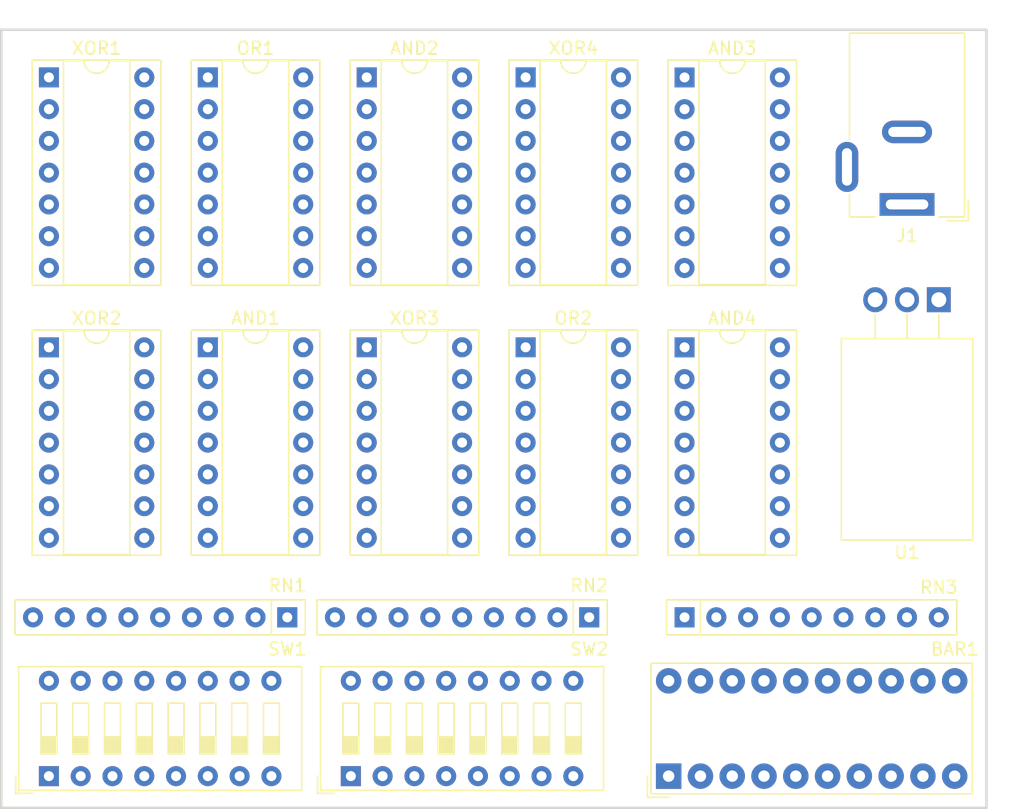
<source format=kicad_pcb>
(kicad_pcb (version 20221018) (generator pcbnew)
  (layers (0 "F.Cu" signal) (31 "B.Cu" signal) (34 "B.Paste" user) (35 "F.Paste" user) (36 "B.SilkS" user "B.Silkscreen") (37 "F.SilkS" user "F.Silkscreen") (38 "B.Mask" user) (39 "F.Mask" user) (44 "Edge.Cuts" user))
  (net 0 "")
  (net 1 "GND")
  (net 2 "Net-(AND1-Pad2)")
  (net 3 "Net-(AND1-Pad3)")
  (net 4 "A_{0}")
  (net 5 "B_{0}")
  (net 6 "Net-(AND1-Pad6)")
  (net 7 "Net-(AND1-Pad8)")
  (net 8 "/full_adder/C_{out}")
  (net 9 "Net-(AND1-Pad10)")
  (net 10 "Net-(AND1-Pad11)")
  (net 11 "A_{1}")
  (net 12 "B_{1}")
  (net 13 "+5V")
  (net 14 "/full_adder1/C_{out}")
  (net 15 "Net-(AND2-Pad2)")
  (net 16 "Net-(AND2-Pad3)")
  (net 17 "A_{2}")
  (net 18 "B_{2}")
  (net 19 "Net-(AND2-Pad6)")
  (net 20 "Net-(AND2-Pad8)")
  (net 21 "/full_adder2/C_{out}")
  (net 22 "Net-(AND2-Pad10)")
  (net 23 "Net-(AND2-Pad11)")
  (net 24 "A_{3}")
  (net 25 "B_{3}")
  (net 26 "/full_adder3/C_{out}")
  (net 27 "Net-(AND3-Pad2)")
  (net 28 "Net-(AND3-Pad3)")
  (net 29 "A_{4}")
  (net 30 "B_{4}")
  (net 31 "Net-(AND3-Pad6)")
  (net 32 "Net-(AND3-Pad8)")
  (net 33 "/full_adder4/C_{in}")
  (net 34 "Net-(AND3-Pad10)")
  (net 35 "Net-(AND3-Pad11)")
  (net 36 "A_{5}")
  (net 37 "B_{5}")
  (net 38 "/full_adder4/C_{out}")
  (net 39 "Net-(AND4-Pad2)")
  (net 40 "Net-(AND4-Pad3)")
  (net 41 "A_{6}")
  (net 42 "B_{6}")
  (net 43 "Net-(AND4-Pad6)")
  (net 44 "Net-(AND4-Pad8)")
  (net 45 "/full_adder6/C_{out}")
  (net 46 "Net-(AND4-Pad10)")
  (net 47 "Net-(AND4-Pad11)")
  (net 48 "A_{7}")
  (net 49 "B_{7}")
  (net 50 "C_{0}")
  (net 51 "C_{1}")
  (net 52 "C_{2}")
  (net 53 "C_{3}")
  (net 54 "C_{4}")
  (net 55 "C_{5}")
  (net 56 "C_{6}")
  (net 57 "C_{7}")
  (net 62 "Net-(RN3-R8)")
  (net 63 "Net-(RN3-R7)")
  (net 64 "Net-(RN3-R6)")
  (net 65 "Net-(RN3-R5)")
  (net 66 "Net-(RN3-R4)")
  (net 67 "Net-(RN3-R3)")
  (net 68 "Net-(RN3-R2)")
  (net 69 "Net-(RN3-R1)")
  (net 70 "/full_adder7/C_{out}")
  (net 71 "Net-(U1-IN)")
  (footprint "Connector_BarrelJack:BarrelJack_Wuerth_6941xx301002" (layer "F.Cu") (at 124.46 44.45 180)
    (fp_text reference "J1" (at 0 -2.5) (layer "F.SilkS"))
    (fp_text value "Barrel_Jack_MountingPin")
    (pad "1" thru_hole rect (at 0 0 180) (size 4.4 1.8) (drill oval 3.4 0.8) (layers "*.Cu" "*.Mask") (net 71 "Net-(U1-IN)"))
    (pad "2" thru_hole oval (at 0 5.8 180) (size 4 1.8) (drill oval 3 0.8) (layers "*.Cu" "*.Mask") (net 1 "GND"))
    (pad "3" thru_hole oval (at 4.8 3 270) (size 4 1.8) (drill oval 3 0.8) (layers "*.Cu" "*.Mask"))
  )
  (footprint "Package_DIP:DIP-14_W7.62mm_Socket" (layer "F.Cu") (at 93.98 55.875)
    (fp_text reference "OR2" (at 3.81 -2.33) (layer "F.SilkS"))
    (fp_text value "OR" hide)
    (pad "1" thru_hole rect (at 0 0) (size 1.6 1.6) (drill 0.8) (layers "*.Cu" "*.Mask") (net 28 "Net-(AND3-Pad3)"))
    (pad "2" thru_hole oval (at 0 2.54) (size 1.6 1.6) (drill 0.8) (layers "*.Cu" "*.Mask") (net 31 "Net-(AND3-Pad6)"))
    (pad "3" thru_hole oval (at 0 5.08) (size 1.6 1.6) (drill 0.8) (layers "*.Cu" "*.Mask") (net 33 "/full_adder4/C_{in}"))
    (pad "4" thru_hole oval (at 0 7.62) (size 1.6 1.6) (drill 0.8) (layers "*.Cu" "*.Mask") (net 32 "Net-(AND3-Pad8)"))
    (pad "5" thru_hole oval (at 0 10.16) (size 1.6 1.6) (drill 0.8) (layers "*.Cu" "*.Mask") (net 35 "Net-(AND3-Pad11)"))
    (pad "6" thru_hole oval (at 0 12.7) (size 1.6 1.6) (drill 0.8) (layers "*.Cu" "*.Mask") (net 38 "/full_adder4/C_{out}"))
    (pad "7" thru_hole oval (at 0 15.24) (size 1.6 1.6) (drill 0.8) (layers "*.Cu" "*.Mask") (net 1 "GND"))
    (pad "8" thru_hole oval (at 7.62 15.24) (size 1.6 1.6) (drill 0.8) (layers "*.Cu" "*.Mask") (net 45 "/full_adder6/C_{out}"))
    (pad "9" thru_hole oval (at 7.62 12.7) (size 1.6 1.6) (drill 0.8) (layers "*.Cu" "*.Mask") (net 40 "Net-(AND4-Pad3)"))
    (pad "10" thru_hole oval (at 7.62 10.16) (size 1.6 1.6) (drill 0.8) (layers "*.Cu" "*.Mask") (net 43 "Net-(AND4-Pad6)"))
    (pad "11" thru_hole oval (at 7.62 7.62) (size 1.6 1.6) (drill 0.8) (layers "*.Cu" "*.Mask") (net 70 "/full_adder7/C_{out}"))
    (pad "12" thru_hole oval (at 7.62 5.08) (size 1.6 1.6) (drill 0.8) (layers "*.Cu" "*.Mask") (net 44 "Net-(AND4-Pad8)"))
    (pad "13" thru_hole oval (at 7.62 2.54) (size 1.6 1.6) (drill 0.8) (layers "*.Cu" "*.Mask") (net 47 "Net-(AND4-Pad11)"))
    (pad "14" thru_hole oval (at 7.62 0) (size 1.6 1.6) (drill 0.8) (layers "*.Cu" "*.Mask") (net 13 "+5V"))
  )
  (footprint "Package_DIP:DIP-14_W7.62mm_Socket" (layer "F.Cu") (at 106.68 34.295)
    (fp_text reference "AND3" (at 3.81 -2.33) (layer "F.SilkS"))
    (fp_text value "AND" hide)
    (pad "1" thru_hole rect (at 0 0) (size 1.6 1.6) (drill 0.8) (layers "*.Cu" "*.Mask") (net 26 "/full_adder3/C_{out}"))
    (pad "2" thru_hole oval (at 0 2.54) (size 1.6 1.6) (drill 0.8) (layers "*.Cu" "*.Mask") (net 27 "Net-(AND3-Pad2)"))
    (pad "3" thru_hole oval (at 0 5.08) (size 1.6 1.6) (drill 0.8) (layers "*.Cu" "*.Mask") (net 28 "Net-(AND3-Pad3)"))
    (pad "4" thru_hole oval (at 0 7.62) (size 1.6 1.6) (drill 0.8) (layers "*.Cu" "*.Mask") (net 29 "A_{4}"))
    (pad "5" thru_hole oval (at 0 10.16) (size 1.6 1.6) (drill 0.8) (layers "*.Cu" "*.Mask") (net 30 "B_{4}"))
    (pad "6" thru_hole oval (at 0 12.7) (size 1.6 1.6) (drill 0.8) (layers "*.Cu" "*.Mask") (net 31 "Net-(AND3-Pad6)"))
    (pad "7" thru_hole oval (at 0 15.24) (size 1.6 1.6) (drill 0.8) (layers "*.Cu" "*.Mask") (net 1 "GND"))
    (pad "8" thru_hole oval (at 7.62 15.24) (size 1.6 1.6) (drill 0.8) (layers "*.Cu" "*.Mask") (net 32 "Net-(AND3-Pad8)"))
    (pad "9" thru_hole oval (at 7.62 12.7) (size 1.6 1.6) (drill 0.8) (layers "*.Cu" "*.Mask") (net 33 "/full_adder4/C_{in}"))
    (pad "10" thru_hole oval (at 7.62 10.16) (size 1.6 1.6) (drill 0.8) (layers "*.Cu" "*.Mask") (net 34 "Net-(AND3-Pad10)"))
    (pad "11" thru_hole oval (at 7.62 7.62) (size 1.6 1.6) (drill 0.8) (layers "*.Cu" "*.Mask") (net 35 "Net-(AND3-Pad11)"))
    (pad "12" thru_hole oval (at 7.62 5.08) (size 1.6 1.6) (drill 0.8) (layers "*.Cu" "*.Mask") (net 36 "A_{5}"))
    (pad "13" thru_hole oval (at 7.62 2.54) (size 1.6 1.6) (drill 0.8) (layers "*.Cu" "*.Mask") (net 37 "B_{5}"))
    (pad "14" thru_hole oval (at 7.62 0) (size 1.6 1.6) (drill 0.8) (layers "*.Cu" "*.Mask") (net 13 "+5V"))
  )
  (footprint "Package_DIP:DIP-14_W7.62mm_Socket" (layer "F.Cu") (at 81.28 55.875)
    (fp_text reference "XOR3" (at 3.81 -2.33) (layer "F.SilkS"))
    (fp_text value "XOR" hide)
    (pad "1" thru_hole rect (at 0 0) (size 1.6 1.6) (drill 0.8) (layers "*.Cu" "*.Mask") (net 29 "A_{4}"))
    (pad "2" thru_hole oval (at 0 2.54) (size 1.6 1.6) (drill 0.8) (layers "*.Cu" "*.Mask") (net 30 "B_{4}"))
    (pad "3" thru_hole oval (at 0 5.08) (size 1.6 1.6) (drill 0.8) (layers "*.Cu" "*.Mask") (net 27 "Net-(AND3-Pad2)"))
    (pad "4" thru_hole oval (at 0 7.62) (size 1.6 1.6) (drill 0.8) (layers "*.Cu" "*.Mask") (net 27 "Net-(AND3-Pad2)"))
    (pad "5" thru_hole oval (at 0 10.16) (size 1.6 1.6) (drill 0.8) (layers "*.Cu" "*.Mask") (net 26 "/full_adder3/C_{out}"))
    (pad "6" thru_hole oval (at 0 12.7) (size 1.6 1.6) (drill 0.8) (layers "*.Cu" "*.Mask") (net 54 "C_{4}"))
    (pad "7" thru_hole oval (at 0 15.24) (size 1.6 1.6) (drill 0.8) (layers "*.Cu" "*.Mask") (net 1 "GND"))
    (pad "8" thru_hole oval (at 7.62 15.24) (size 1.6 1.6) (drill 0.8) (layers "*.Cu" "*.Mask") (net 34 "Net-(AND3-Pad10)"))
    (pad "9" thru_hole oval (at 7.62 12.7) (size 1.6 1.6) (drill 0.8) (layers "*.Cu" "*.Mask") (net 36 "A_{5}"))
    (pad "10" thru_hole oval (at 7.62 10.16) (size 1.6 1.6) (drill 0.8) (layers "*.Cu" "*.Mask") (net 37 "B_{5}"))
    (pad "11" thru_hole oval (at 7.62 7.62) (size 1.6 1.6) (drill 0.8) (layers "*.Cu" "*.Mask") (net 55 "C_{5}"))
    (pad "12" thru_hole oval (at 7.62 5.08) (size 1.6 1.6) (drill 0.8) (layers "*.Cu" "*.Mask") (net 34 "Net-(AND3-Pad10)"))
    (pad "13" thru_hole oval (at 7.62 2.54) (size 1.6 1.6) (drill 0.8) (layers "*.Cu" "*.Mask") (net 33 "/full_adder4/C_{in}"))
    (pad "14" thru_hole oval (at 7.62 0) (size 1.6 1.6) (drill 0.8) (layers "*.Cu" "*.Mask") (net 13 "+5V"))
  )
  (footprint "Package_TO_SOT_THT:TO-220F-3_Horizontal_TabDown" (layer "F.Cu") (at 127 52.07 180)
    (fp_text reference "U1" (at 2.54 -20.22) (layer "F.SilkS"))
    (fp_text value "L7805")
    (pad "" np_thru_hole oval (at 2.54 -15.8 180) (size 3.5 3.5) (drill 3.5) (layers "*.Cu" "*.Mask"))
    (pad "1" thru_hole rect (at 0 0 180) (size 1.905 2) (drill 1.2) (layers "*.Cu" "*.Mask") (net 71 "Net-(U1-IN)"))
    (pad "2" thru_hole oval (at 2.54 0 180) (size 1.905 2) (drill 1.2) (layers "*.Cu" "*.Mask") (net 1 "GND"))
    (pad "3" thru_hole oval (at 5.08 0 180) (size 1.905 2) (drill 1.2) (layers "*.Cu" "*.Mask") (net 13 "+5V"))
  )
  (footprint "Button_Switch_THT:SW_DIP_SPSTx08_Slide_9.78x22.5mm_W7.62mm_P2.54mm" (layer "F.Cu") (at 80.01 90.17 90)
    (fp_text reference "SW2" (at 10.16 19.05 180) (layer "F.SilkS"))
    (fp_text value "SW_DIP_x08" hide)
    (pad "1" thru_hole rect (at 0 0 90) (size 1.6 1.6) (drill 0.8) (layers "*.Cu" "*.Mask") (net 13 "+5V"))
    (pad "2" thru_hole oval (at 0 2.54 90) (size 1.6 1.6) (drill 0.8) (layers "*.Cu" "*.Mask") (net 13 "+5V"))
    (pad "3" thru_hole oval (at 0 5.08 90) (size 1.6 1.6) (drill 0.8) (layers "*.Cu" "*.Mask") (net 13 "+5V"))
    (pad "4" thru_hole oval (at 0 7.62 90) (size 1.6 1.6) (drill 0.8) (layers "*.Cu" "*.Mask") (net 13 "+5V"))
    (pad "5" thru_hole oval (at 0 10.16 90) (size 1.6 1.6) (drill 0.8) (layers "*.Cu" "*.Mask") (net 13 "+5V"))
    (pad "6" thru_hole oval (at 0 12.7 90) (size 1.6 1.6) (drill 0.8) (layers "*.Cu" "*.Mask") (net 13 "+5V"))
    (pad "7" thru_hole oval (at 0 15.24 90) (size 1.6 1.6) (drill 0.8) (layers "*.Cu" "*.Mask") (net 13 "+5V"))
    (pad "8" thru_hole oval (at 0 17.78 90) (size 1.6 1.6) (drill 0.8) (layers "*.Cu" "*.Mask") (net 13 "+5V"))
    (pad "9" thru_hole oval (at 7.62 17.78 90) (size 1.6 1.6) (drill 0.8) (layers "*.Cu" "*.Mask") (net 5 "B_{0}"))
    (pad "10" thru_hole oval (at 7.62 15.24 90) (size 1.6 1.6) (drill 0.8) (layers "*.Cu" "*.Mask") (net 12 "B_{1}"))
    (pad "11" thru_hole oval (at 7.62 12.7 90) (size 1.6 1.6) (drill 0.8) (layers "*.Cu" "*.Mask") (net 18 "B_{2}"))
    (pad "12" thru_hole oval (at 7.62 10.16 90) (size 1.6 1.6) (drill 0.8) (layers "*.Cu" "*.Mask") (net 25 "B_{3}"))
    (pad "13" thru_hole oval (at 7.62 7.62 90) (size 1.6 1.6) (drill 0.8) (layers "*.Cu" "*.Mask") (net 30 "B_{4}"))
    (pad "14" thru_hole oval (at 7.62 5.08 90) (size 1.6 1.6) (drill 0.8) (layers "*.Cu" "*.Mask") (net 37 "B_{5}"))
    (pad "15" thru_hole oval (at 7.62 2.54 90) (size 1.6 1.6) (drill 0.8) (layers "*.Cu" "*.Mask") (net 42 "B_{6}"))
    (pad "16" thru_hole oval (at 7.62 0 90) (size 1.6 1.6) (drill 0.8) (layers "*.Cu" "*.Mask") (net 49 "B_{7}"))
  )
  (footprint "Resistor_THT:R_Array_SIP9" (layer "F.Cu") (at 99.06 77.47 180)
    (fp_text reference "RN2" (at 0 2.54) (layer "F.SilkS"))
    (fp_text value "R_Network08" hide)
    (pad "1" thru_hole rect (at 0 0 180) (size 1.6 1.6) (drill 0.8) (layers "*.Cu" "*.Mask") (net 1 "GND"))
    (pad "2" thru_hole oval (at 2.54 0 180) (size 1.6 1.6) (drill 0.8) (layers "*.Cu" "*.Mask") (net 5 "B_{0}"))
    (pad "3" thru_hole oval (at 5.08 0 180) (size 1.6 1.6) (drill 0.8) (layers "*.Cu" "*.Mask") (net 12 "B_{1}"))
    (pad "4" thru_hole oval (at 7.62 0 180) (size 1.6 1.6) (drill 0.8) (layers "*.Cu" "*.Mask") (net 18 "B_{2}"))
    (pad "5" thru_hole oval (at 10.16 0 180) (size 1.6 1.6) (drill 0.8) (layers "*.Cu" "*.Mask") (net 25 "B_{3}"))
    (pad "6" thru_hole oval (at 12.7 0 180) (size 1.6 1.6) (drill 0.8) (layers "*.Cu" "*.Mask") (net 30 "B_{4}"))
    (pad "7" thru_hole oval (at 15.24 0 180) (size 1.6 1.6) (drill 0.8) (layers "*.Cu" "*.Mask") (net 37 "B_{5}"))
    (pad "8" thru_hole oval (at 17.78 0 180) (size 1.6 1.6) (drill 0.8) (layers "*.Cu" "*.Mask") (net 42 "B_{6}"))
    (pad "9" thru_hole oval (at 20.32 0 180) (size 1.6 1.6) (drill 0.8) (layers "*.Cu" "*.Mask") (net 49 "B_{7}"))
  )
  (footprint "Package_DIP:DIP-14_W7.62mm_Socket" (layer "F.Cu") (at 68.58 34.29)
    (fp_text reference "OR1" (at 3.81 -2.33) (layer "F.SilkS"))
    (fp_text value "OR" hide)
    (pad "1" thru_hole rect (at 0 0) (size 1.6 1.6) (drill 0.8) (layers "*.Cu" "*.Mask") (net 3 "Net-(AND1-Pad3)"))
    (pad "2" thru_hole oval (at 0 2.54) (size 1.6 1.6) (drill 0.8) (layers "*.Cu" "*.Mask") (net 6 "Net-(AND1-Pad6)"))
    (pad "3" thru_hole oval (at 0 5.08) (size 1.6 1.6) (drill 0.8) (layers "*.Cu" "*.Mask") (net 8 "/full_adder/C_{out}"))
    (pad "4" thru_hole oval (at 0 7.62) (size 1.6 1.6) (drill 0.8) (layers "*.Cu" "*.Mask") (net 7 "Net-(AND1-Pad8)"))
    (pad "5" thru_hole oval (at 0 10.16) (size 1.6 1.6) (drill 0.8) (layers "*.Cu" "*.Mask") (net 10 "Net-(AND1-Pad11)"))
    (pad "6" thru_hole oval (at 0 12.7) (size 1.6 1.6) (drill 0.8) (layers "*.Cu" "*.Mask") (net 14 "/full_adder1/C_{out}"))
    (pad "7" thru_hole oval (at 0 15.24) (size 1.6 1.6) (drill 0.8) (layers "*.Cu" "*.Mask") (net 1 "GND"))
    (pad "8" thru_hole oval (at 7.62 15.24) (size 1.6 1.6) (drill 0.8) (layers "*.Cu" "*.Mask") (net 21 "/full_adder2/C_{out}"))
    (pad "9" thru_hole oval (at 7.62 12.7) (size 1.6 1.6) (drill 0.8) (layers "*.Cu" "*.Mask") (net 16 "Net-(AND2-Pad3)"))
    (pad "10" thru_hole oval (at 7.62 10.16) (size 1.6 1.6) (drill 0.8) (layers "*.Cu" "*.Mask") (net 19 "Net-(AND2-Pad6)"))
    (pad "11" thru_hole oval (at 7.62 7.62) (size 1.6 1.6) (drill 0.8) (layers "*.Cu" "*.Mask") (net 26 "/full_adder3/C_{out}"))
    (pad "12" thru_hole oval (at 7.62 5.08) (size 1.6 1.6) (drill 0.8) (layers "*.Cu" "*.Mask") (net 20 "Net-(AND2-Pad8)"))
    (pad "13" thru_hole oval (at 7.62 2.54) (size 1.6 1.6) (drill 0.8) (layers "*.Cu" "*.Mask") (net 23 "Net-(AND2-Pad11)"))
    (pad "14" thru_hole oval (at 7.62 0) (size 1.6 1.6) (drill 0.8) (layers "*.Cu" "*.Mask") (net 13 "+5V"))
  )
  (footprint "Button_Switch_THT:SW_DIP_SPSTx08_Slide_9.78x22.5mm_W7.62mm_P2.54mm" (layer "F.Cu") (at 55.88 90.17 90)
    (fp_text reference "SW1" (at 10.16 19.05 180) (layer "F.SilkS"))
    (fp_text value "SW_DIP_x08" hide)
    (pad "1" thru_hole rect (at 0 0 90) (size 1.6 1.6) (drill 0.8) (layers "*.Cu" "*.Mask") (net 13 "+5V"))
    (pad "2" thru_hole oval (at 0 2.54 90) (size 1.6 1.6) (drill 0.8) (layers "*.Cu" "*.Mask") (net 13 "+5V"))
    (pad "3" thru_hole oval (at 0 5.08 90) (size 1.6 1.6) (drill 0.8) (layers "*.Cu" "*.Mask") (net 13 "+5V"))
    (pad "4" thru_hole oval (at 0 7.62 90) (size 1.6 1.6) (drill 0.8) (layers "*.Cu" "*.Mask") (net 13 "+5V"))
    (pad "5" thru_hole oval (at 0 10.16 90) (size 1.6 1.6) (drill 0.8) (layers "*.Cu" "*.Mask") (net 13 "+5V"))
    (pad "6" thru_hole oval (at 0 12.7 90) (size 1.6 1.6) (drill 0.8) (layers "*.Cu" "*.Mask") (net 13 "+5V"))
    (pad "7" thru_hole oval (at 0 15.24 90) (size 1.6 1.6) (drill 0.8) (layers "*.Cu" "*.Mask") (net 13 "+5V"))
    (pad "8" thru_hole oval (at 0 17.78 90) (size 1.6 1.6) (drill 0.8) (layers "*.Cu" "*.Mask") (net 13 "+5V"))
    (pad "9" thru_hole oval (at 7.62 17.78 90) (size 1.6 1.6) (drill 0.8) (layers "*.Cu" "*.Mask") (net 4 "A_{0}"))
    (pad "10" thru_hole oval (at 7.62 15.24 90) (size 1.6 1.6) (drill 0.8) (layers "*.Cu" "*.Mask") (net 11 "A_{1}"))
    (pad "11" thru_hole oval (at 7.62 12.7 90) (size 1.6 1.6) (drill 0.8) (layers "*.Cu" "*.Mask") (net 17 "A_{2}"))
    (pad "12" thru_hole oval (at 7.62 10.16 90) (size 1.6 1.6) (drill 0.8) (layers "*.Cu" "*.Mask") (net 24 "A_{3}"))
    (pad "13" thru_hole oval (at 7.62 7.62 90) (size 1.6 1.6) (drill 0.8) (layers "*.Cu" "*.Mask") (net 29 "A_{4}"))
    (pad "14" thru_hole oval (at 7.62 5.08 90) (size 1.6 1.6) (drill 0.8) (layers "*.Cu" "*.Mask") (net 36 "A_{5}"))
    (pad "15" thru_hole oval (at 7.62 2.54 90) (size 1.6 1.6) (drill 0.8) (layers "*.Cu" "*.Mask") (net 41 "A_{6}"))
    (pad "16" thru_hole oval (at 7.62 0 90) (size 1.6 1.6) (drill 0.8) (layers "*.Cu" "*.Mask") (net 48 "A_{7}"))
  )
  (footprint "Resistor_THT:R_Array_SIP9" (layer "F.Cu") (at 74.93 77.47 180)
    (fp_text reference "RN1" (at 0 2.54) (layer "F.SilkS"))
    (fp_text value "R_Network08" hide)
    (pad "1" thru_hole rect (at 0 0 180) (size 1.6 1.6) (drill 0.8) (layers "*.Cu" "*.Mask") (net 1 "GND"))
    (pad "2" thru_hole oval (at 2.54 0 180) (size 1.6 1.6) (drill 0.8) (layers "*.Cu" "*.Mask") (net 4 "A_{0}"))
    (pad "3" thru_hole oval (at 5.08 0 180) (size 1.6 1.6) (drill 0.8) (layers "*.Cu" "*.Mask") (net 11 "A_{1}"))
    (pad "4" thru_hole oval (at 7.62 0 180) (size 1.6 1.6) (drill 0.8) (layers "*.Cu" "*.Mask") (net 17 "A_{2}"))
    (pad "5" thru_hole oval (at 10.16 0 180) (size 1.6 1.6) (drill 0.8) (layers "*.Cu" "*.Mask") (net 24 "A_{3}"))
    (pad "6" thru_hole oval (at 12.7 0 180) (size 1.6 1.6) (drill 0.8) (layers "*.Cu" "*.Mask") (net 29 "A_{4}"))
    (pad "7" thru_hole oval (at 15.24 0 180) (size 1.6 1.6) (drill 0.8) (layers "*.Cu" "*.Mask") (net 36 "A_{5}"))
    (pad "8" thru_hole oval (at 17.78 0 180) (size 1.6 1.6) (drill 0.8) (layers "*.Cu" "*.Mask") (net 41 "A_{6}"))
    (pad "9" thru_hole oval (at 20.32 0 180) (size 1.6 1.6) (drill 0.8) (layers "*.Cu" "*.Mask") (net 48 "A_{7}"))
  )
  (footprint "Package_DIP:DIP-14_W7.62mm_Socket" (layer "F.Cu") (at 55.88 55.88)
    (fp_text reference "XOR2" (at 3.81 -2.33) (layer "F.SilkS"))
    (fp_text value "XOR" hide)
    (pad "1" thru_hole rect (at 0 0) (size 1.6 1.6) (drill 0.8) (layers "*.Cu" "*.Mask") (net 17 "A_{2}"))
    (pad "2" thru_hole oval (at 0 2.54) (size 1.6 1.6) (drill 0.8) (layers "*.Cu" "*.Mask") (net 18 "B_{2}"))
    (pad "3" thru_hole oval (at 0 5.08) (size 1.6 1.6) (drill 0.8) (layers "*.Cu" "*.Mask") (net 15 "Net-(AND2-Pad2)"))
    (pad "4" thru_hole oval (at 0 7.62) (size 1.6 1.6) (drill 0.8) (layers "*.Cu" "*.Mask") (net 15 "Net-(AND2-Pad2)"))
    (pad "5" thru_hole oval (at 0 10.16) (size 1.6 1.6) (drill 0.8) (layers "*.Cu" "*.Mask") (net 14 "/full_adder1/C_{out}"))
    (pad "6" thru_hole oval (at 0 12.7) (size 1.6 1.6) (drill 0.8) (layers "*.Cu" "*.Mask") (net 52 "C_{2}"))
    (pad "7" thru_hole oval (at 0 15.24) (size 1.6 1.6) (drill 0.8) (layers "*.Cu" "*.Mask") (net 1 "GND"))
    (pad "8" thru_hole oval (at 7.62 15.24) (size 1.6 1.6) (drill 0.8) (layers "*.Cu" "*.Mask") (net 22 "Net-(AND2-Pad10)"))
    (pad "9" thru_hole oval (at 7.62 12.7) (size 1.6 1.6) (drill 0.8) (layers "*.Cu" "*.Mask") (net 24 "A_{3}"))
    (pad "10" thru_hole oval (at 7.62 10.16) (size 1.6 1.6) (drill 0.8) (layers "*.Cu" "*.Mask") (net 25 "B_{3}"))
    (pad "11" thru_hole oval (at 7.62 7.62) (size 1.6 1.6) (drill 0.8) (layers "*.Cu" "*.Mask") (net 53 "C_{3}"))
    (pad "12" thru_hole oval (at 7.62 5.08) (size 1.6 1.6) (drill 0.8) (layers "*.Cu" "*.Mask") (net 22 "Net-(AND2-Pad10)"))
    (pad "13" thru_hole oval (at 7.62 2.54) (size 1.6 1.6) (drill 0.8) (layers "*.Cu" "*.Mask") (net 21 "/full_adder2/C_{out}"))
    (pad "14" thru_hole oval (at 7.62 0) (size 1.6 1.6) (drill 0.8) (layers "*.Cu" "*.Mask") (net 13 "+5V"))
  )
  (footprint "Display:HDSP-4830" (layer "F.Cu") (at 105.41 90.17 90)
    (fp_text reference "BAR1" (at 10.16 22.86 180) (layer "F.SilkS"))
    (fp_text value "HDSP-4830_2")
    (pad "1" thru_hole rect (at 0 0) (size 2.032 2.032) (drill 0.9144) (layers "*.Cu" "*.Mask") (net 57 "C_{7}"))
    (pad "2" thru_hole circle (at 0 2.54) (size 2.032 2.032) (drill 0.9144) (layers "*.Cu" "*.Mask") (net 56 "C_{6}"))
    (pad "3" thru_hole circle (at 0 5.08) (size 2.032 2.032) (drill 0.9144) (layers "*.Cu" "*.Mask") (net 55 "C_{5}"))
    (pad "4" thru_hole circle (at 0 7.62) (size 2.032 2.032) (drill 0.9144) (layers "*.Cu" "*.Mask") (net 54 "C_{4}"))
    (pad "5" thru_hole circle (at 0 10.16) (size 2.032 2.032) (drill 0.9144) (layers "*.Cu" "*.Mask") (net 53 "C_{3}"))
    (pad "6" thru_hole circle (at 0 12.7) (size 2.032 2.032) (drill 0.9144) (layers "*.Cu" "*.Mask") (net 52 "C_{2}"))
    (pad "7" thru_hole circle (at 0 15.24) (size 2.032 2.032) (drill 0.9144) (layers "*.Cu" "*.Mask") (net 51 "C_{1}"))
    (pad "8" thru_hole circle (at 0 17.78) (size 2.032 2.032) (drill 0.9144) (layers "*.Cu" "*.Mask") (net 50 "C_{0}"))
    (pad "9" thru_hole circle (at 0 20.32) (size 2.032 2.032) (drill 0.9144) (layers "*.Cu" "*.Mask"))
    (pad "10" thru_hole circle (at 0 22.86) (size 2.032 2.032) (drill 0.9144) (layers "*.Cu" "*.Mask"))
    (pad "11" thru_hole circle (at 7.62 22.86) (size 2.032 2.032) (drill 0.9144) (layers "*.Cu" "*.Mask"))
    (pad "12" thru_hole circle (at 7.62 20.32) (size 2.032 2.032) (drill 0.9144) (layers "*.Cu" "*.Mask"))
    (pad "13" thru_hole circle (at 7.62 17.78) (size 2.032 2.032) (drill 0.9144) (layers "*.Cu" "*.Mask") (net 62 "Net-(RN3-R8)"))
    (pad "14" thru_hole circle (at 7.62 15.24) (size 2.032 2.032) (drill 0.9144) (layers "*.Cu" "*.Mask") (net 63 "Net-(RN3-R7)"))
    (pad "15" thru_hole circle (at 7.62 12.7) (size 2.032 2.032) (drill 0.9144) (layers "*.Cu" "*.Mask") (net 64 "Net-(RN3-R6)"))
    (pad "16" thru_hole circle (at 7.62 10.16) (size 2.032 2.032) (drill 0.9144) (layers "*.Cu" "*.Mask") (net 65 "Net-(RN3-R5)"))
    (pad "17" thru_hole circle (at 7.62 7.62) (size 2.032 2.032) (drill 0.9144) (layers "*.Cu" "*.Mask") (net 66 "Net-(RN3-R4)"))
    (pad "18" thru_hole circle (at 7.62 5.08) (size 2.032 2.032) (drill 0.9144) (layers "*.Cu" "*.Mask") (net 67 "Net-(RN3-R3)"))
    (pad "19" thru_hole circle (at 7.62 2.54) (size 2.032 2.032) (drill 0.9144) (layers "*.Cu" "*.Mask") (net 68 "Net-(RN3-R2)"))
    (pad "20" thru_hole circle (at 7.62 0) (size 2.032 2.032) (drill 0.9144) (layers "*.Cu" "*.Mask") (net 69 "Net-(RN3-R1)"))
  )
  (footprint "Package_DIP:DIP-14_W7.62mm_Socket" (layer "F.Cu") (at 93.98 34.29)
    (fp_text reference "XOR4" (at 3.81 -2.33) (layer "F.SilkS"))
    (fp_text value "XOR" hide)
    (pad "1" thru_hole rect (at 0 0) (size 1.6 1.6) (drill 0.8) (layers "*.Cu" "*.Mask") (net 41 "A_{6}"))
    (pad "2" thru_hole oval (at 0 2.54) (size 1.6 1.6) (drill 0.8) (layers "*.Cu" "*.Mask") (net 42 "B_{6}"))
    (pad "3" thru_hole oval (at 0 5.08) (size 1.6 1.6) (drill 0.8) (layers "*.Cu" "*.Mask") (net 39 "Net-(AND4-Pad2)"))
    (pad "4" thru_hole oval (at 0 7.62) (size 1.6 1.6) (drill 0.8) (layers "*.Cu" "*.Mask") (net 39 "Net-(AND4-Pad2)"))
    (pad "5" thru_hole oval (at 0 10.16) (size 1.6 1.6) (drill 0.8) (layers "*.Cu" "*.Mask") (net 38 "/full_adder4/C_{out}"))
    (pad "6" thru_hole oval (at 0 12.7) (size 1.6 1.6) (drill 0.8) (layers "*.Cu" "*.Mask") (net 56 "C_{6}"))
    (pad "7" thru_hole oval (at 0 15.24) (size 1.6 1.6) (drill 0.8) (layers "*.Cu" "*.Mask") (net 1 "GND"))
    (pad "8" thru_hole oval (at 7.62 15.24) (size 1.6 1.6) (drill 0.8) (layers "*.Cu" "*.Mask") (net 46 "Net-(AND4-Pad10)"))
    (pad "9" thru_hole oval (at 7.62 12.7) (size 1.6 1.6) (drill 0.8) (layers "*.Cu" "*.Mask") (net 48 "A_{7}"))
    (pad "10" thru_hole oval (at 7.62 10.16) (size 1.6 1.6) (drill 0.8) (layers "*.Cu" "*.Mask") (net 49 "B_{7}"))
    (pad "11" thru_hole oval (at 7.62 7.62) (size 1.6 1.6) (drill 0.8) (layers "*.Cu" "*.Mask") (net 57 "C_{7}"))
    (pad "12" thru_hole oval (at 7.62 5.08) (size 1.6 1.6) (drill 0.8) (layers "*.Cu" "*.Mask") (net 46 "Net-(AND4-Pad10)"))
    (pad "13" thru_hole oval (at 7.62 2.54) (size 1.6 1.6) (drill 0.8) (layers "*.Cu" "*.Mask") (net 45 "/full_adder6/C_{out}"))
    (pad "14" thru_hole oval (at 7.62 0) (size 1.6 1.6) (drill 0.8) (layers "*.Cu" "*.Mask") (net 13 "+5V"))
  )
  (footprint "Resistor_THT:R_Array_SIP9" (layer "F.Cu") (at 106.68 77.47)
    (fp_text reference "RN3" (at 20.32 -2.4) (layer "F.SilkS"))
    (fp_text value "R_Network08" hide)
    (pad "1" thru_hole rect (at 0 0) (size 1.6 1.6) (drill 0.8) (layers "*.Cu" "*.Mask") (net 1 "GND"))
    (pad "2" thru_hole oval (at 2.54 0) (size 1.6 1.6) (drill 0.8) (layers "*.Cu" "*.Mask") (net 69 "Net-(RN3-R1)"))
    (pad "3" thru_hole oval (at 5.08 0) (size 1.6 1.6) (drill 0.8) (layers "*.Cu" "*.Mask") (net 68 "Net-(RN3-R2)"))
    (pad "4" thru_hole oval (at 7.62 0) (size 1.6 1.6) (drill 0.8) (layers "*.Cu" "*.Mask") (net 67 "Net-(RN3-R3)"))
    (pad "5" thru_hole oval (at 10.16 0) (size 1.6 1.6) (drill 0.8) (layers "*.Cu" "*.Mask") (net 66 "Net-(RN3-R4)"))
    (pad "6" thru_hole oval (at 12.7 0) (size 1.6 1.6) (drill 0.8) (layers "*.Cu" "*.Mask") (net 65 "Net-(RN3-R5)"))
    (pad "7" thru_hole oval (at 15.24 0) (size 1.6 1.6) (drill 0.8) (layers "*.Cu" "*.Mask") (net 64 "Net-(RN3-R6)"))
    (pad "8" thru_hole oval (at 17.78 0) (size 1.6 1.6) (drill 0.8) (layers "*.Cu" "*.Mask") (net 63 "Net-(RN3-R7)"))
    (pad "9" thru_hole oval (at 20.32 0) (size 1.6 1.6) (drill 0.8) (layers "*.Cu" "*.Mask") (net 62 "Net-(RN3-R8)"))
  )
  (footprint "Package_DIP:DIP-14_W7.62mm_Socket" (layer "F.Cu") (at 55.88 34.29)
    (fp_text reference "XOR1" (at 3.81 -2.33) (layer "F.SilkS"))
    (fp_text value "XOR" hide)
    (pad "1" thru_hole rect (at 0 0) (size 1.6 1.6) (drill 0.8) (layers "*.Cu" "*.Mask") (net 4 "A_{0}"))
    (pad "2" thru_hole oval (at 0 2.54) (size 1.6 1.6) (drill 0.8) (layers "*.Cu" "*.Mask") (net 5 "B_{0}"))
    (pad "3" thru_hole oval (at 0 5.08) (size 1.6 1.6) (drill 0.8) (layers "*.Cu" "*.Mask") (net 2 "Net-(AND1-Pad2)"))
    (pad "4" thru_hole oval (at 0 7.62) (size 1.6 1.6) (drill 0.8) (layers "*.Cu" "*.Mask") (net 2 "Net-(AND1-Pad2)"))
    (pad "5" thru_hole oval (at 0 10.16) (size 1.6 1.6) (drill 0.8) (layers "*.Cu" "*.Mask") (net 1 "GND"))
    (pad "6" thru_hole oval (at 0 12.7) (size 1.6 1.6) (drill 0.8) (layers "*.Cu" "*.Mask") (net 50 "C_{0}"))
    (pad "7" thru_hole oval (at 0 15.24) (size 1.6 1.6) (drill 0.8) (layers "*.Cu" "*.Mask") (net 1 "GND"))
    (pad "8" thru_hole oval (at 7.62 15.24) (size 1.6 1.6) (drill 0.8) (layers "*.Cu" "*.Mask") (net 9 "Net-(AND1-Pad10)"))
    (pad "9" thru_hole oval (at 7.62 12.7) (size 1.6 1.6) (drill 0.8) (layers "*.Cu" "*.Mask") (net 11 "A_{1}"))
    (pad "10" thru_hole oval (at 7.62 10.16) (size 1.6 1.6) (drill 0.8) (layers "*.Cu" "*.Mask") (net 12 "B_{1}"))
    (pad "11" thru_hole oval (at 7.62 7.62) (size 1.6 1.6) (drill 0.8) (layers "*.Cu" "*.Mask") (net 51 "C_{1}"))
    (pad "12" thru_hole oval (at 7.62 5.08) (size 1.6 1.6) (drill 0.8) (layers "*.Cu" "*.Mask") (net 9 "Net-(AND1-Pad10)"))
    (pad "13" thru_hole oval (at 7.62 2.54) (size 1.6 1.6) (drill 0.8) (layers "*.Cu" "*.Mask") (net 8 "/full_adder/C_{out}"))
    (pad "14" thru_hole oval (at 7.62 0) (size 1.6 1.6) (drill 0.8) (layers "*.Cu" "*.Mask") (net 13 "+5V"))
  )
  (footprint "Package_DIP:DIP-14_W7.62mm_Socket" (layer "F.Cu") (at 68.58 55.875)
    (fp_text reference "AND1" (at 3.81 -2.33) (layer "F.SilkS"))
    (fp_text value "AND" hide)
    (pad "1" thru_hole rect (at 0 0) (size 1.6 1.6) (drill 0.8) (layers "*.Cu" "*.Mask") (net 1 "GND"))
    (pad "2" thru_hole oval (at 0 2.54) (size 1.6 1.6) (drill 0.8) (layers "*.Cu" "*.Mask") (net 2 "Net-(AND1-Pad2)"))
    (pad "3" thru_hole oval (at 0 5.08) (size 1.6 1.6) (drill 0.8) (layers "*.Cu" "*.Mask") (net 3 "Net-(AND1-Pad3)"))
    (pad "4" thru_hole oval (at 0 7.62) (size 1.6 1.6) (drill 0.8) (layers "*.Cu" "*.Mask") (net 4 "A_{0}"))
    (pad "5" thru_hole oval (at 0 10.16) (size 1.6 1.6) (drill 0.8) (layers "*.Cu" "*.Mask") (net 5 "B_{0}"))
    (pad "6" thru_hole oval (at 0 12.7) (size 1.6 1.6) (drill 0.8) (layers "*.Cu" "*.Mask") (net 6 "Net-(AND1-Pad6)"))
    (pad "7" thru_hole oval (at 0 15.24) (size 1.6 1.6) (drill 0.8) (layers "*.Cu" "*.Mask") (net 1 "GND"))
    (pad "8" thru_hole oval (at 7.62 15.24) (size 1.6 1.6) (drill 0.8) (layers "*.Cu" "*.Mask") (net 7 "Net-(AND1-Pad8)"))
    (pad "9" thru_hole oval (at 7.62 12.7) (size 1.6 1.6) (drill 0.8) (layers "*.Cu" "*.Mask") (net 8 "/full_adder/C_{out}"))
    (pad "10" thru_hole oval (at 7.62 10.16) (size 1.6 1.6) (drill 0.8) (layers "*.Cu" "*.Mask") (net 9 "Net-(AND1-Pad10)"))
    (pad "11" thru_hole oval (at 7.62 7.62) (size 1.6 1.6) (drill 0.8) (layers "*.Cu" "*.Mask") (net 10 "Net-(AND1-Pad11)"))
    (pad "12" thru_hole oval (at 7.62 5.08) (size 1.6 1.6) (drill 0.8) (layers "*.Cu" "*.Mask") (net 11 "A_{1}"))
    (pad "13" thru_hole oval (at 7.62 2.54) (size 1.6 1.6) (drill 0.8) (layers "*.Cu" "*.Mask") (net 12 "B_{1}"))
    (pad "14" thru_hole oval (at 7.62 0) (size 1.6 1.6) (drill 0.8) (layers "*.Cu" "*.Mask") (net 13 "+5V"))
  )
  (footprint "Package_DIP:DIP-14_W7.62mm_Socket" (layer "F.Cu") (at 106.68 55.88)
    (fp_text reference "AND4" (at 3.81 -2.33) (layer "F.SilkS"))
    (fp_text value "AND" hide)
    (pad "1" thru_hole rect (at 0 0) (size 1.6 1.6) (drill 0.8) (layers "*.Cu" "*.Mask") (net 38 "/full_adder4/C_{out}"))
    (pad "2" thru_hole oval (at 0 2.54) (size 1.6 1.6) (drill 0.8) (layers "*.Cu" "*.Mask") (net 39 "Net-(AND4-Pad2)"))
    (pad "3" thru_hole oval (at 0 5.08) (size 1.6 1.6) (drill 0.8) (layers "*.Cu" "*.Mask") (net 40 "Net-(AND4-Pad3)"))
    (pad "4" thru_hole oval (at 0 7.62) (size 1.6 1.6) (drill 0.8) (layers "*.Cu" "*.Mask") (net 41 "A_{6}"))
    (pad "5" thru_hole oval (at 0 10.16) (size 1.6 1.6) (drill 0.8) (layers "*.Cu" "*.Mask") (net 42 "B_{6}"))
    (pad "6" thru_hole oval (at 0 12.7) (size 1.6 1.6) (drill 0.8) (layers "*.Cu" "*.Mask") (net 43 "Net-(AND4-Pad6)"))
    (pad "7" thru_hole oval (at 0 15.24) (size 1.6 1.6) (drill 0.8) (layers "*.Cu" "*.Mask") (net 1 "GND"))
    (pad "8" thru_hole oval (at 7.62 15.24) (size 1.6 1.6) (drill 0.8) (layers "*.Cu" "*.Mask") (net 44 "Net-(AND4-Pad8)"))
    (pad "9" thru_hole oval (at 7.62 12.7) (size 1.6 1.6) (drill 0.8) (layers "*.Cu" "*.Mask") (net 45 "/full_adder6/C_{out}"))
    (pad "10" thru_hole oval (at 7.62 10.16) (size 1.6 1.6) (drill 0.8) (layers "*.Cu" "*.Mask") (net 46 "Net-(AND4-Pad10)"))
    (pad "11" thru_hole oval (at 7.62 7.62) (size 1.6 1.6) (drill 0.8) (layers "*.Cu" "*.Mask") (net 47 "Net-(AND4-Pad11)"))
    (pad "12" thru_hole oval (at 7.62 5.08) (size 1.6 1.6) (drill 0.8) (layers "*.Cu" "*.Mask") (net 48 "A_{7}"))
    (pad "13" thru_hole oval (at 7.62 2.54) (size 1.6 1.6) (drill 0.8) (layers "*.Cu" "*.Mask") (net 49 "B_{7}"))
    (pad "14" thru_hole oval (at 7.62 0) (size 1.6 1.6) (drill 0.8) (layers "*.Cu" "*.Mask") (net 13 "+5V"))
  )
  (footprint "Package_DIP:DIP-14_W7.62mm_Socket" (layer "F.Cu") (at 81.28 34.29)
    (fp_text reference "AND2" (at 3.81 -2.33) (layer "F.SilkS"))
    (fp_text value "AND" hide)
    (pad "1" thru_hole rect (at 0 0) (size 1.6 1.6) (drill 0.8) (layers "*.Cu" "*.Mask") (net 14 "/full_adder1/C_{out}"))
    (pad "2" thru_hole oval (at 0 2.54) (size 1.6 1.6) (drill 0.8) (layers "*.Cu" "*.Mask") (net 15 "Net-(AND2-Pad2)"))
    (pad "3" thru_hole oval (at 0 5.08) (size 1.6 1.6) (drill 0.8) (layers "*.Cu" "*.Mask") (net 16 "Net-(AND2-Pad3)"))
    (pad "4" thru_hole oval (at 0 7.62) (size 1.6 1.6) (drill 0.8) (layers "*.Cu" "*.Mask") (net 17 "A_{2}"))
    (pad "5" thru_hole oval (at 0 10.16) (size 1.6 1.6) (drill 0.8) (layers "*.Cu" "*.Mask") (net 18 "B_{2}"))
    (pad "6" thru_hole oval (at 0 12.7) (size 1.6 1.6) (drill 0.8) (layers "*.Cu" "*.Mask") (net 19 "Net-(AND2-Pad6)"))
    (pad "7" thru_hole oval (at 0 15.24) (size 1.6 1.6) (drill 0.8) (layers "*.Cu" "*.Mask") (net 1 "GND"))
    (pad "8" thru_hole oval (at 7.62 15.24) (size 1.6 1.6) (drill 0.8) (layers "*.Cu" "*.Mask") (net 20 "Net-(AND2-Pad8)"))
    (pad "9" thru_hole oval (at 7.62 12.7) (size 1.6 1.6) (drill 0.8) (layers "*.Cu" "*.Mask") (net 21 "/full_adder2/C_{out}"))
    (pad "10" thru_hole oval (at 7.62 10.16) (size 1.6 1.6) (drill 0.8) (layers "*.Cu" "*.Mask") (net 22 "Net-(AND2-Pad10)"))
    (pad "11" thru_hole oval (at 7.62 7.62) (size 1.6 1.6) (drill 0.8) (layers "*.Cu" "*.Mask") (net 23 "Net-(AND2-Pad11)"))
    (pad "12" thru_hole oval (at 7.62 5.08) (size 1.6 1.6) (drill 0.8) (layers "*.Cu" "*.Mask") (net 24 "A_{3}"))
    (pad "13" thru_hole oval (at 7.62 2.54) (size 1.6 1.6) (drill 0.8) (layers "*.Cu" "*.Mask") (net 25 "B_{3}"))
    (pad "14" thru_hole oval (at 7.62 0) (size 1.6 1.6) (drill 0.8) (layers "*.Cu" "*.Mask") (net 13 "+5V"))
  )
  (gr_rect (start 52.07 30.48) (end 130.81 92.71) (stroke (width 0.2)) (fill none) (layer "Edge.Cuts"))
)
</source>
